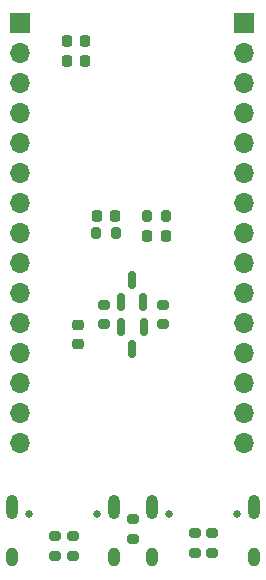
<source format=gbr>
%TF.GenerationSoftware,KiCad,Pcbnew,(6.0.9)*%
%TF.CreationDate,2022-11-21T22:18:44+02:00*%
%TF.ProjectId,esp32s2_devboard,65737033-3273-4325-9f64-6576626f6172,rev?*%
%TF.SameCoordinates,Original*%
%TF.FileFunction,Soldermask,Bot*%
%TF.FilePolarity,Negative*%
%FSLAX46Y46*%
G04 Gerber Fmt 4.6, Leading zero omitted, Abs format (unit mm)*
G04 Created by KiCad (PCBNEW (6.0.9)) date 2022-11-21 22:18:44*
%MOMM*%
%LPD*%
G01*
G04 APERTURE LIST*
G04 Aperture macros list*
%AMRoundRect*
0 Rectangle with rounded corners*
0 $1 Rounding radius*
0 $2 $3 $4 $5 $6 $7 $8 $9 X,Y pos of 4 corners*
0 Add a 4 corners polygon primitive as box body*
4,1,4,$2,$3,$4,$5,$6,$7,$8,$9,$2,$3,0*
0 Add four circle primitives for the rounded corners*
1,1,$1+$1,$2,$3*
1,1,$1+$1,$4,$5*
1,1,$1+$1,$6,$7*
1,1,$1+$1,$8,$9*
0 Add four rect primitives between the rounded corners*
20,1,$1+$1,$2,$3,$4,$5,0*
20,1,$1+$1,$4,$5,$6,$7,0*
20,1,$1+$1,$6,$7,$8,$9,0*
20,1,$1+$1,$8,$9,$2,$3,0*%
G04 Aperture macros list end*
%ADD10C,0.650000*%
%ADD11O,1.000000X2.100000*%
%ADD12O,1.000000X1.600000*%
%ADD13R,1.700000X1.700000*%
%ADD14O,1.700000X1.700000*%
%ADD15RoundRect,0.200000X-0.275000X0.200000X-0.275000X-0.200000X0.275000X-0.200000X0.275000X0.200000X0*%
%ADD16RoundRect,0.150000X-0.150000X0.587500X-0.150000X-0.587500X0.150000X-0.587500X0.150000X0.587500X0*%
%ADD17RoundRect,0.225000X-0.250000X0.225000X-0.250000X-0.225000X0.250000X-0.225000X0.250000X0.225000X0*%
%ADD18RoundRect,0.200000X0.200000X0.275000X-0.200000X0.275000X-0.200000X-0.275000X0.200000X-0.275000X0*%
%ADD19RoundRect,0.225000X-0.225000X-0.250000X0.225000X-0.250000X0.225000X0.250000X-0.225000X0.250000X0*%
%ADD20RoundRect,0.150000X0.150000X-0.587500X0.150000X0.587500X-0.150000X0.587500X-0.150000X-0.587500X0*%
%ADD21RoundRect,0.225000X0.225000X0.250000X-0.225000X0.250000X-0.225000X-0.250000X0.225000X-0.250000X0*%
%ADD22RoundRect,0.200000X-0.200000X-0.275000X0.200000X-0.275000X0.200000X0.275000X-0.200000X0.275000X0*%
%ADD23RoundRect,0.200000X0.275000X-0.200000X0.275000X0.200000X-0.275000X0.200000X-0.275000X-0.200000X0*%
G04 APERTURE END LIST*
D10*
%TO.C,J2*%
X159580000Y-91304999D03*
X153800000Y-91304999D03*
D11*
X152370000Y-90774999D03*
D12*
X161010000Y-94954999D03*
X152370000Y-94954999D03*
D11*
X161010000Y-90774999D03*
%TD*%
D13*
%TO.C,J4*%
X172000000Y-49800000D03*
D14*
X172000000Y-52340000D03*
X172000000Y-54880000D03*
X172000000Y-57420000D03*
X172000000Y-59960000D03*
X172000000Y-62500000D03*
X172000000Y-65040000D03*
X172000000Y-67580000D03*
X172000000Y-70120000D03*
X172000000Y-72660000D03*
X172000000Y-75200000D03*
X172000000Y-77740000D03*
X172000000Y-80280000D03*
X172000000Y-82820000D03*
X172000000Y-85360000D03*
%TD*%
D10*
%TO.C,J1*%
X165610000Y-91304999D03*
X171390000Y-91304999D03*
D12*
X164180000Y-94954999D03*
D11*
X172820000Y-90774999D03*
X164180000Y-90774999D03*
D12*
X172820000Y-94954999D03*
%TD*%
D13*
%TO.C,J3*%
X153000000Y-49800000D03*
D14*
X153000000Y-52340000D03*
X153000000Y-54880000D03*
X153000000Y-57420000D03*
X153000000Y-59960000D03*
X153000000Y-62500000D03*
X153000000Y-65040000D03*
X153000000Y-67580000D03*
X153000000Y-70120000D03*
X153000000Y-72660000D03*
X153000000Y-75200000D03*
X153000000Y-77740000D03*
X153000000Y-80280000D03*
X153000000Y-82820000D03*
X153000000Y-85360000D03*
%TD*%
D15*
%TO.C,R9*%
X160100000Y-73625000D03*
X160100000Y-75275000D03*
%TD*%
%TO.C,R6*%
X162560000Y-91792499D03*
X162560000Y-93442499D03*
%TD*%
%TO.C,R4*%
X157500000Y-93229999D03*
X157500000Y-94879999D03*
%TD*%
%TO.C,R3*%
X156000000Y-93229999D03*
X156000000Y-94879999D03*
%TD*%
D16*
%TO.C,Q2*%
X161600000Y-75512501D03*
X163500000Y-75512501D03*
X162550000Y-77387501D03*
%TD*%
D15*
%TO.C,R1*%
X167820000Y-92979999D03*
X167820000Y-94629999D03*
%TD*%
D17*
%TO.C,C5*%
X157900000Y-75375000D03*
X157900000Y-76925000D03*
%TD*%
D15*
%TO.C,R2*%
X169320000Y-92979999D03*
X169320000Y-94629999D03*
%TD*%
D18*
%TO.C,R7*%
X161120000Y-67569999D03*
X159470000Y-67569999D03*
%TD*%
D19*
%TO.C,C2*%
X156975000Y-52950001D03*
X158525000Y-52950001D03*
%TD*%
%TO.C,C7*%
X159520000Y-66069999D03*
X161070000Y-66069999D03*
%TD*%
%TO.C,C4*%
X163820000Y-67819999D03*
X165370000Y-67819999D03*
%TD*%
D20*
%TO.C,Q1*%
X163450000Y-73387501D03*
X161550000Y-73387501D03*
X162500000Y-71512501D03*
%TD*%
D21*
%TO.C,C1*%
X158525000Y-51250000D03*
X156975000Y-51250000D03*
%TD*%
D22*
%TO.C,R5*%
X163770000Y-66069999D03*
X165420000Y-66069999D03*
%TD*%
D23*
%TO.C,R8*%
X165100000Y-75275000D03*
X165100000Y-73625000D03*
%TD*%
M02*

</source>
